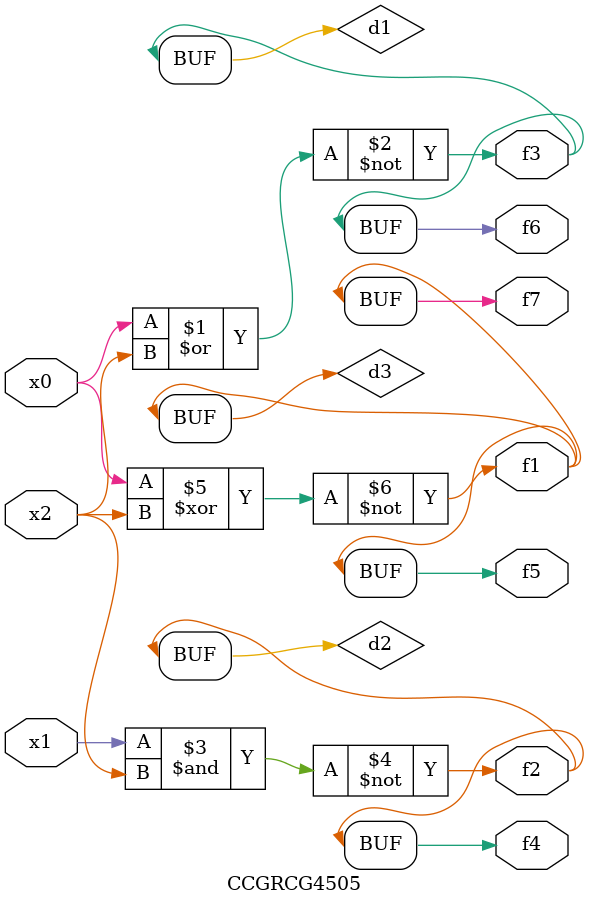
<source format=v>
module CCGRCG4505(
	input x0, x1, x2,
	output f1, f2, f3, f4, f5, f6, f7
);

	wire d1, d2, d3;

	nor (d1, x0, x2);
	nand (d2, x1, x2);
	xnor (d3, x0, x2);
	assign f1 = d3;
	assign f2 = d2;
	assign f3 = d1;
	assign f4 = d2;
	assign f5 = d3;
	assign f6 = d1;
	assign f7 = d3;
endmodule

</source>
